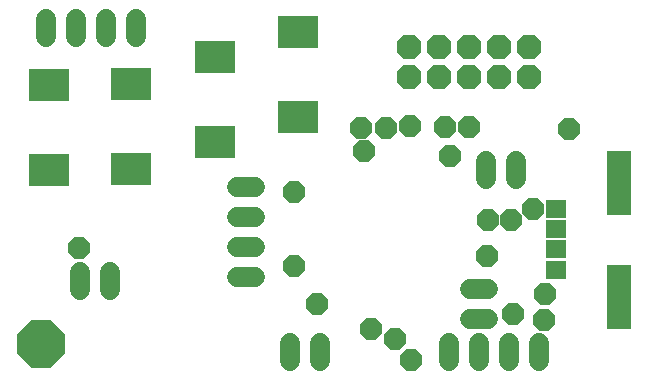
<source format=gts>
G75*
G70*
%OFA0B0*%
%FSLAX24Y24*%
%IPPOS*%
%LPD*%
%AMOC8*
5,1,8,0,0,1.08239X$1,22.5*
%
%ADD10R,0.0840X0.2180*%
%ADD11R,0.0671X0.0592*%
%ADD12OC8,0.0820*%
%ADD13C,0.0680*%
%ADD14R,0.1340X0.1104*%
%ADD15OC8,0.0740*%
%ADD16OC8,0.1580*%
D10*
X021889Y004300D03*
X021889Y008100D03*
D11*
X019810Y007247D03*
X019810Y006578D03*
X019810Y005897D03*
X019810Y005227D03*
D12*
X018897Y011645D03*
X017897Y011645D03*
X016897Y011645D03*
X015897Y011645D03*
X014897Y011645D03*
X014897Y012645D03*
X015897Y012645D03*
X016897Y012645D03*
X017897Y012645D03*
X018897Y012645D03*
D13*
X018456Y008850D02*
X018456Y008250D01*
X017456Y008250D02*
X017456Y008850D01*
X017543Y004582D02*
X016943Y004582D01*
X016943Y003582D02*
X017543Y003582D01*
X017215Y002771D02*
X017215Y002171D01*
X016215Y002171D02*
X016215Y002771D01*
X018215Y002771D02*
X018215Y002171D01*
X019215Y002171D02*
X019215Y002771D01*
X011936Y002767D02*
X011936Y002167D01*
X010936Y002167D02*
X010936Y002767D01*
X009760Y004963D02*
X009160Y004963D01*
X009160Y005963D02*
X009760Y005963D01*
X009760Y006963D02*
X009160Y006963D01*
X009160Y007963D02*
X009760Y007963D01*
X004920Y005137D02*
X004920Y004537D01*
X003920Y004537D02*
X003920Y005137D01*
X003802Y012978D02*
X003802Y013578D01*
X002802Y013578D02*
X002802Y012978D01*
X004802Y012978D02*
X004802Y013578D01*
X005802Y013578D02*
X005802Y012978D01*
D14*
X005641Y011416D03*
X002889Y011393D03*
X002889Y008558D03*
X005641Y008582D03*
X008420Y009467D03*
X011196Y010310D03*
X008420Y012302D03*
X011196Y013145D03*
D15*
X014916Y010003D03*
X014121Y009940D03*
X013294Y009952D03*
X013404Y009188D03*
X011074Y007814D03*
X011074Y005337D03*
X011826Y004089D03*
X013645Y003243D03*
X014420Y002916D03*
X014956Y002215D03*
X018361Y003731D03*
X019408Y003542D03*
X019432Y004416D03*
X017499Y005668D03*
X017519Y006885D03*
X018298Y006877D03*
X019042Y007235D03*
X016274Y009015D03*
X016093Y009971D03*
X016893Y009971D03*
X020235Y009924D03*
X003912Y005952D03*
D16*
X002633Y002759D03*
M02*

</source>
